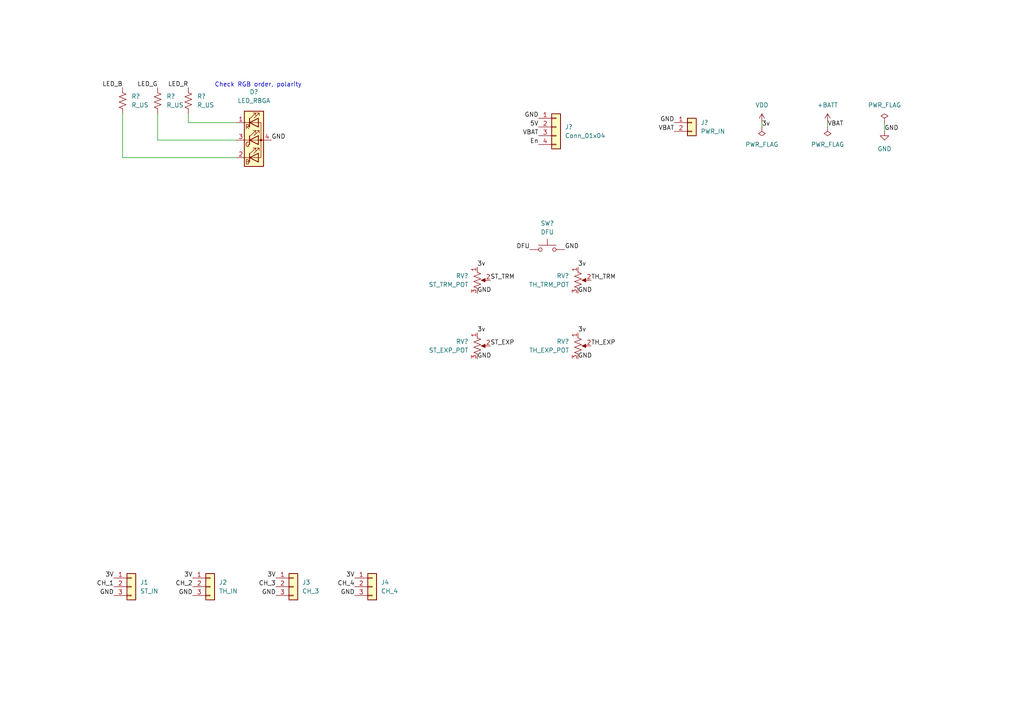
<source format=kicad_sch>
(kicad_sch (version 20211123) (generator eeschema)
  (paper "A4")
  (lib_symbols
    (symbol "Connector_Generic:Conn_01x02" (pin_names (offset 1.016) hide)
      (property "Reference" "J" (at 0 2.54 0))
      (property "Value" "Conn_01x02" (at 0 -5.08 0))
      (symbol "Conn_01x02_1_1"
        (rectangle (start -1.27 -2.413) (end 0 -2.667) (stroke (width 0.1524)))
        (rectangle (start -1.27 0.127) (end 0 -0.127) (stroke (width 0.1524)))
        (rectangle (start -1.27 1.27) (end 1.27 -3.81) (stroke (width 0.254)) (fill (type background)))
        (pin passive line (at -5.08 0 0) (length 3.81) (name "Pin_1") (number "1"))
        (pin passive line (at -5.08 -2.54 0) (length 3.81) (name "Pin_2") (number "2"))
      )
    )
    (symbol "Connector_Generic:Conn_01x03" (pin_names (offset 1.016) hide)
      (property "Reference" "J" (at 0 5.08 0))
      (property "Value" "Conn_01x03" (at 0 -5.08 0))
      (symbol "Conn_01x03_1_1"
        (rectangle (start -1.27 -2.413) (end 0 -2.667) (stroke (width 0.1524)))
        (rectangle (start -1.27 0.127) (end 0 -0.127) (stroke (width 0.1524)))
        (rectangle (start -1.27 2.667) (end 0 2.413) (stroke (width 0.1524)))
        (rectangle (start -1.27 3.81) (end 1.27 -3.81) (stroke (width 0.254)) (fill (type background)))
        (pin passive line (at -5.08 2.54 0) (length 3.81) (name "Pin_1") (number "1"))
        (pin passive line (at -5.08 0 0) (length 3.81) (name "Pin_2") (number "2"))
        (pin passive line (at -5.08 -2.54 0) (length 3.81) (name "Pin_3") (number "3"))
      )
    )
    (symbol "Connector_Generic:Conn_01x04" (pin_names (offset 1.016) hide)
      (property "Reference" "J" (at 0 5.08 0))
      (property "Value" "Conn_01x04" (at 0 -7.62 0))
      (symbol "Conn_01x04_1_1"
        (rectangle (start -1.27 -4.953) (end 0 -5.207) (stroke (width 0.1524)))
        (rectangle (start -1.27 -2.413) (end 0 -2.667) (stroke (width 0.1524)))
        (rectangle (start -1.27 0.127) (end 0 -0.127) (stroke (width 0.1524)))
        (rectangle (start -1.27 2.667) (end 0 2.413) (stroke (width 0.1524)))
        (rectangle (start -1.27 3.81) (end 1.27 -6.35) (stroke (width 0.254)) (fill (type background)))
        (pin passive line (at -5.08 2.54 0) (length 3.81) (name "Pin_1") (number "1"))
        (pin passive line (at -5.08 0 0) (length 3.81) (name "Pin_2") (number "2"))
        (pin passive line (at -5.08 -2.54 0) (length 3.81) (name "Pin_3") (number "3"))
        (pin passive line (at -5.08 -5.08 0) (length 3.81) (name "Pin_4") (number "4"))
      )
    )
    (symbol "Device:LED_RBGA" (pin_names (offset 0) hide)
      (property "Reference" "D" (at 0 9.398 0))
      (property "Value" "LED_RBGA" (at 0 -8.89 0))
      (symbol "LED_RBGA_0_0"
        (text "B" (at -1.905 -6.35 0) (effects (font (size 1.27 1.27))))
        (text "G" (at -1.905 -1.27 0) (effects (font (size 1.27 1.27))))
        (text "R" (at -1.905 3.81 0) (effects (font (size 1.27 1.27))))
      )
      (symbol "LED_RBGA_0_1"
        (polyline (pts (xy -1.27 -5.08) (xy -2.54 -5.08)))
        (polyline (pts (xy -1.27 -5.08) (xy 1.27 -5.08)))
        (polyline (pts (xy -1.27 -3.81) (xy -1.27 -6.35)) (stroke (width 0.254)))
        (polyline (pts (xy -1.27 0) (xy -2.54 0)))
        (polyline (pts (xy -1.27 1.27) (xy -1.27 -1.27)) (stroke (width 0.254)))
        (polyline (pts (xy -1.27 5.08) (xy -2.54 5.08)))
        (polyline (pts (xy -1.27 5.08) (xy 1.27 5.08)))
        (polyline (pts (xy -1.27 6.35) (xy -1.27 3.81)) (stroke (width 0.254)))
        (polyline (pts (xy 1.27 0) (xy -1.27 0)))
        (polyline (pts (xy 1.27 0) (xy 2.54 0)))
        (polyline (pts (xy -1.27 1.27) (xy -1.27 -1.27) (xy -1.27 -1.27)))
        (polyline (pts (xy -1.27 6.35) (xy -1.27 3.81) (xy -1.27 3.81)))
        (polyline (pts (xy 1.27 -5.08) (xy 2.032 -5.08) (xy 2.032 5.08) (xy 1.27 5.08)))
        (polyline (pts (xy 1.27 -3.81) (xy 1.27 -6.35) (xy -1.27 -5.08) (xy 1.27 -3.81)) (stroke (width 0.254)))
        (polyline (pts (xy 1.27 1.27) (xy 1.27 -1.27) (xy -1.27 0) (xy 1.27 1.27)) (stroke (width 0.254)))
        (polyline (pts (xy 1.27 6.35) (xy 1.27 3.81) (xy -1.27 5.08) (xy 1.27 6.35)) (stroke (width 0.254)))
        (polyline (pts (xy -1.016 -3.81) (xy 0.508 -2.286) (xy -0.254 -2.286) (xy 0.508 -2.286) (xy 0.508 -3.048)))
        (polyline (pts (xy -1.016 1.27) (xy 0.508 2.794) (xy -0.254 2.794) (xy 0.508 2.794) (xy 0.508 2.032)))
        (polyline (pts (xy -1.016 6.35) (xy 0.508 7.874) (xy -0.254 7.874) (xy 0.508 7.874) (xy 0.508 7.112)))
        (polyline (pts (xy 0 -3.81) (xy 1.524 -2.286) (xy 0.762 -2.286) (xy 1.524 -2.286) (xy 1.524 -3.048)))
        (polyline (pts (xy 0 1.27) (xy 1.524 2.794) (xy 0.762 2.794) (xy 1.524 2.794) (xy 1.524 2.032)))
        (polyline (pts (xy 0 6.35) (xy 1.524 7.874) (xy 0.762 7.874) (xy 1.524 7.874) (xy 1.524 7.112)))
        (rectangle (start 1.27 -1.27) (end 1.27 1.27))
        (rectangle (start 1.27 1.27) (end 1.27 1.27))
        (rectangle (start 1.27 3.81) (end 1.27 6.35))
        (rectangle (start 1.27 6.35) (end 1.27 6.35))
        (circle (center 2.032 0) (radius 0.254) (fill (type outline)))
        (rectangle (start 2.794 8.382) (end -2.794 -7.62) (stroke (width 0.254)) (fill (type background)))
      )
      (symbol "LED_RBGA_1_1"
        (pin passive line (at -5.08 5.08 0) (length 2.54) (name "RK") (number "1"))
        (pin passive line (at -5.08 -5.08 0) (length 2.54) (name "BK") (number "2"))
        (pin passive line (at -5.08 0 0) (length 2.54) (name "GK") (number "3"))
        (pin passive line (at 5.08 0 180) (length 2.54) (name "A") (number "4"))
      )
    )
    (symbol "Device:R_Potentiometer_US" (pin_names (offset 1.016) hide)
      (property "Reference" "RV" (at -4.445 0 90))
      (property "Value" "R_Potentiometer_US" (at -2.54 0 90))
      (symbol "R_Potentiometer_US_0_1"
        (polyline (pts (xy 0 -2.286) (xy 0 -2.54)))
        (polyline (pts (xy 0 2.54) (xy 0 2.286)))
        (polyline (pts (xy 2.54 0) (xy 1.524 0)))
        (polyline (pts (xy 1.143 0) (xy 2.286 0.508) (xy 2.286 -0.508) (xy 1.143 0)) (fill (type outline)))
        (polyline (pts (xy 0 -0.762) (xy 1.016 -1.143) (xy 0 -1.524) (xy -1.016 -1.905) (xy 0 -2.286)))
        (polyline (pts (xy 0 0.762) (xy 1.016 0.381) (xy 0 0) (xy -1.016 -0.381) (xy 0 -0.762)))
        (polyline (pts (xy 0 2.286) (xy 1.016 1.905) (xy 0 1.524) (xy -1.016 1.143) (xy 0 0.762)))
      )
      (symbol "R_Potentiometer_US_1_1"
        (pin passive line (at 0 3.81 270) (length 1.27) (name "1") (number "1"))
        (pin passive line (at 3.81 0 180) (length 1.27) (name "2") (number "2"))
        (pin passive line (at 0 -3.81 90) (length 1.27) (name "3") (number "3"))
      )
    )
    (symbol "Device:R_US" (pin_numbers hide) (pin_names (offset 0))
      (property "Reference" "R" (at 2.54 0 90))
      (property "Value" "R_US" (at -2.54 0 90))
      (symbol "R_US_0_1"
        (polyline (pts (xy 0 -2.286) (xy 0 -2.54)))
        (polyline (pts (xy 0 2.286) (xy 0 2.54)))
        (polyline (pts (xy 0 -0.762) (xy 1.016 -1.143) (xy 0 -1.524) (xy -1.016 -1.905) (xy 0 -2.286)))
        (polyline (pts (xy 0 0.762) (xy 1.016 0.381) (xy 0 0) (xy -1.016 -0.381) (xy 0 -0.762)))
        (polyline (pts (xy 0 2.286) (xy 1.016 1.905) (xy 0 1.524) (xy -1.016 1.143) (xy 0 0.762)))
      )
      (symbol "R_US_1_1"
        (pin passive line (at 0 3.81 270) (length 1.27) (name "~") (number "1"))
        (pin passive line (at 0 -3.81 90) (length 1.27) (name "~") (number "2"))
      )
    )
    (symbol "Switch:SW_Push" (pin_numbers hide) (pin_names (offset 1.016) hide)
      (property "Reference" "SW" (at 1.27 2.54 0))
      (property "Value" "SW_Push" (at 0 -1.524 0))
      (symbol "SW_Push_0_1"
        (circle (center -2.032 0) (radius 0.508))
        (polyline (pts (xy 0 1.27) (xy 0 3.048)))
        (polyline (pts (xy 2.54 1.27) (xy -2.54 1.27)))
        (circle (center 2.032 0) (radius 0.508))
        (pin passive line (at -5.08 0 0) (length 2.54) (name "1") (number "1"))
        (pin passive line (at 5.08 0 180) (length 2.54) (name "2") (number "2"))
      )
    )
    (symbol "power:+BATT" (power) (pin_names (offset 0))
      (property "Value" "+BATT" (at 0 3.556 0))
      (symbol "+BATT_0_1"
        (polyline (pts (xy -0.762 1.27) (xy 0 2.54)))
        (polyline (pts (xy 0 0) (xy 0 2.54)))
        (polyline (pts (xy 0 2.54) (xy 0.762 1.27)))
      )
      (symbol "+BATT_1_1"
        (pin power_in line (at 0 0 90) (length 0) hide (name "+BATT") (number "1"))
      )
    )
    (symbol "power:GND" (power) (pin_names (offset 0))
      (property "Value" "GND" (at 0 -3.81 0))
      (symbol "GND_0_1"
        (polyline (pts (xy 0 0) (xy 0 -1.27) (xy 1.27 -1.27) (xy 0 -2.54) (xy -1.27 -1.27) (xy 0 -1.27)))
      )
      (symbol "GND_1_1"
        (pin power_in line (at 0 0 270) (length 0) hide (name "GND") (number "1"))
      )
    )
    (symbol "power:PWR_FLAG" (power) (pin_numbers hide) (pin_names (offset 0) hide)
      (property "Value" "PWR_FLAG" (at 0 3.81 0))
      (symbol "PWR_FLAG_0_0"
        (pin power_out line (at 0 0 90) (length 0) (name "pwr") (number "1"))
      )
      (symbol "PWR_FLAG_0_1"
        (polyline (pts (xy 0 0) (xy 0 1.27) (xy -1.016 1.905) (xy 0 2.54) (xy 1.016 1.905) (xy 0 1.27)))
      )
    )
    (symbol "power:VDD" (power) (pin_names (offset 0))
      (property "Value" "VDD" (at 0 3.81 0))
      (symbol "VDD_0_1"
        (polyline (pts (xy -0.762 1.27) (xy 0 2.54)))
        (polyline (pts (xy 0 0) (xy 0 2.54)))
        (polyline (pts (xy 0 2.54) (xy 0.762 1.27)))
      )
      (symbol "VDD_1_1"
        (pin power_in line (at 0 0 90) (length 0) hide (name "VDD") (number "1"))
      )
    )
  )
  (wire (pts (xy 220.98 35.56) (xy 220.98 36.83)))
  (wire (pts (xy 35.56 33.02) (xy 35.56 45.72)))
  (wire (pts (xy 240.03 35.56) (xy 240.03 36.83)))
  (wire (pts (xy 45.72 40.64) (xy 68.58 40.64)))
  (wire (pts (xy 54.61 33.02) (xy 54.61 35.56)))
  (wire (pts (xy 256.54 35.56) (xy 256.54 38.1)))
  (wire (pts (xy 45.72 33.02) (xy 45.72 40.64)))
  (wire (pts (xy 35.56 45.72) (xy 68.58 45.72)))
  (wire (pts (xy 54.61 35.56) (xy 68.58 35.56)))
  (text "Check RGB order, polarity" (at 62.23 25.4 0) (effects (font (size 1.27 1.27)) (justify left bottom)))
  (label "GND" (at 102.87 172.72 180))
  (label "VBAT" (at 240.03 36.83 0))
  (label "ST_EXP" (at 142.24 100.33 0))
  (label "GND" (at 55.88 172.72 180))
  (label "5V" (at 156.21 36.83 180))
  (label "3v" (at 220.98 36.83 0))
  (label "GND" (at 78.74 40.64 0))
  (label "GND" (at 256.54 38.1 0))
  (label "CH_4" (at 102.87 170.18 180))
  (label "3v" (at 167.64 77.47 0))
  (label "CH_3" (at 80.01 170.18 180))
  (label "3V" (at 80.01 167.64 180))
  (label "LED_B" (at 35.56 25.4 180))
  (label "DFU" (at 153.67 72.39 180))
  (label "CH_1" (at 33.02 170.18 180))
  (label "En" (at 156.21 41.91 180))
  (label "3V" (at 102.87 167.64 180))
  (label "GND" (at 195.58 35.56 180))
  (label "GND" (at 156.21 34.29 180))
  (label "CH_2" (at 55.88 170.18 180))
  (label "3v" (at 138.43 77.47 0))
  (label "TH_EXP" (at 171.45 100.33 0))
  (label "GND" (at 80.01 172.72 180))
  (label "GND" (at 138.43 104.14 0))
  (label "GND" (at 138.43 85.09 0))
  (label "GND" (at 167.64 85.09 0))
  (label "VBAT" (at 195.58 38.1 180))
  (label "3v" (at 138.43 96.52 0))
  (label "LED_R" (at 54.61 25.4 180))
  (label "VBAT" (at 156.21 39.37 180))
  (label "ST_TRM" (at 142.24 81.28 0))
  (label "TH_TRM" (at 171.45 81.28 0))
  (label "LED_G" (at 45.72 25.4 180))
  (label "GND" (at 167.64 104.14 0))
  (label "3V" (at 33.02 167.64 180))
  (label "3V" (at 55.88 167.64 180))
  (label "GND" (at 163.83 72.39 0))
  (label "GND" (at 33.02 172.72 180))
  (label "3v" (at 167.64 96.52 0))
  (symbol (lib_id "Device:R_Potentiometer_US") (at 167.64 100.33 0) (unit 1)
    (property "Reference" "RV?" (at 165.1 99.0599 0) (effects (justify right)))
    (property "Value" "TH_EXP_POT" (at 165.1 101.5999 0) (effects (justify right)))
  )
  (symbol (lib_id "Connector_Generic:Conn_01x04") (at 161.29 36.83 0) (unit 1)
    (property "Reference" "J?" (at 163.83 36.8299 0) (effects (justify left)))
    (property "Value" "Conn_01x04" (at 163.83 39.3699 0) (effects (justify left)))
  )
  (symbol (lib_id "power:VDD") (at 220.98 35.56 0) (unit 1)
    (property "Reference" "#PWR?" (effects hide))
    (property "Value" "VDD" (at 220.98 30.48 0))
  )
  (symbol (lib_id "power:PWR_FLAG") (at 220.98 36.83 180) (unit 1)
    (property "Reference" "#FLG?" (effects hide))
    (property "Value" "PWR_FLAG" (at 220.98 41.91 0))
  )
  (symbol (lib_id "power:PWR_FLAG") (at 256.54 35.56 0) (unit 1)
    (property "Reference" "#FLG?" (effects hide))
    (property "Value" "PWR_FLAG" (at 256.54 30.48 0))
  )
  (symbol (lib_id "Device:R_Potentiometer_US") (at 79178.8959 79045.5459 0) (unit 1)
    (property "Reference" "RV?" (at 79174.4509 79045.5459 90))
    (property "Value" "R_Potentiometer_US" (at 79176.3559 79045.5459 90))
  )
  (symbol (lib_id "Device:R_Potentiometer_US") (at 79199.2159 79036.6559 0) (unit 1)
    (property "Reference" "RV?" (at 79194.7709 79036.6559 90))
    (property "Value" "R_Potentiometer_US" (at 79196.6759 79036.6559 90))
  )
  (symbol (lib_id "Device:R_Potentiometer_US") (at 138.43 81.28 0) (unit 1)
    (property "Reference" "RV?" (at 135.89 80.0099 0) (effects (justify right)))
    (property "Value" "ST_TRM_POT" (at 135.89 82.5499 0) (effects (justify right)))
  )
  (symbol (lib_id "Connector_Generic:Conn_01x03") (at 107.95 170.18 0) (unit 1)
    (property "Reference" "J4" (at 110.49 168.9099 0) (effects (justify left)))
    (property "Value" "CH_4" (at 110.49 171.4499 0) (effects (justify left)))
  )
  (symbol (lib_id "power:PWR_FLAG") (at 240.03 36.83 180) (unit 1)
    (property "Reference" "#FLG?" (effects hide))
    (property "Value" "PWR_FLAG" (at 240.03 41.91 0))
  )
  (symbol (lib_id "Switch:SW_Push") (at 158.75 72.39 0) (unit 1)
    (property "Reference" "SW?" (at 158.75 64.77 0))
    (property "Value" "DFU" (at 158.75 67.31 0))
  )
  (symbol (lib_id "Device:R_US") (at 54.61 29.21 0) (unit 1)
    (property "Reference" "R?" (at 57.15 27.9399 0) (effects (justify left)))
    (property "Value" "R_US" (at 57.15 30.4799 0) (effects (justify left)))
  )
  (symbol (lib_id "power:+BATT") (at 240.03 35.56 0) (unit 1)
    (property "Reference" "#PWR?" (effects hide))
    (property "Value" "+BATT" (at 240.03 30.48 0))
  )
  (symbol (lib_id "Device:R_US") (at 35.56 29.21 0) (unit 1)
    (property "Reference" "R?" (at 38.1 27.9399 0) (effects (justify left)))
    (property "Value" "R_US" (at 38.1 30.4799 0) (effects (justify left)))
  )
  (symbol (lib_id "power:GND") (at 256.54 38.1 0) (unit 1)
    (property "Reference" "#PWR?" (effects hide))
    (property "Value" "GND" (at 256.54 43.18 0))
  )
  (symbol (lib_id "Device:R_Potentiometer_US") (at 167.64 81.28 0) (unit 1)
    (property "Reference" "RV?" (at 165.1 80.0099 0) (effects (justify right)))
    (property "Value" "TH_TRM_POT" (at 165.1 82.5499 0) (effects (justify right)))
  )
  (symbol (lib_id "Connector_Generic:Conn_01x02") (at 200.66 35.56 0) (unit 1)
    (property "Reference" "J?" (at 203.2 35.5599 0) (effects (justify left)))
    (property "Value" "PWR_IN" (at 203.2 38.0999 0) (effects (justify left)))
  )
  (symbol (lib_id "Device:R_US") (at 45.72 29.21 0) (unit 1)
    (property "Reference" "R?" (at 48.26 27.9399 0) (effects (justify left)))
    (property "Value" "R_US" (at 48.26 30.4799 0) (effects (justify left)))
  )
  (symbol (lib_id "Connector_Generic:Conn_01x03") (at 85.09 170.18 0) (unit 1)
    (property "Reference" "J3" (at 87.63 168.9099 0) (effects (justify left)))
    (property "Value" "CH_3" (at 87.63 171.4499 0) (effects (justify left)))
  )
  (symbol (lib_id "Connector_Generic:Conn_01x03") (at 60.96 170.18 0) (unit 1)
    (property "Reference" "J2" (at 63.5 168.9099 0) (effects (justify left)))
    (property "Value" "TH_IN" (at 63.5 171.4499 0) (effects (justify left)))
  )
  (symbol (lib_id "Device:LED_RBGA") (at 73.66 40.64 0) (unit 1)
    (property "Reference" "D?" (at 73.66 26.67 0))
    (property "Value" "LED_RBGA" (at 73.66 29.21 0))
  )
  (symbol (lib_id "Connector_Generic:Conn_01x03") (at 38.1 170.18 0) (unit 1)
    (property "Reference" "J1" (at 40.64 168.9099 0) (effects (justify left)))
    (property "Value" "ST_IN" (at 40.64 171.4499 0) (effects (justify left)))
  )
  (symbol (lib_id "Device:R_Potentiometer_US") (at 138.43 100.33 0) (unit 1)
    (property "Reference" "RV?" (at 135.89 99.0599 0) (effects (justify right)))
    (property "Value" "ST_EXP_POT" (at 135.89 101.5999 0) (effects (justify right)))
  )
)
</source>
